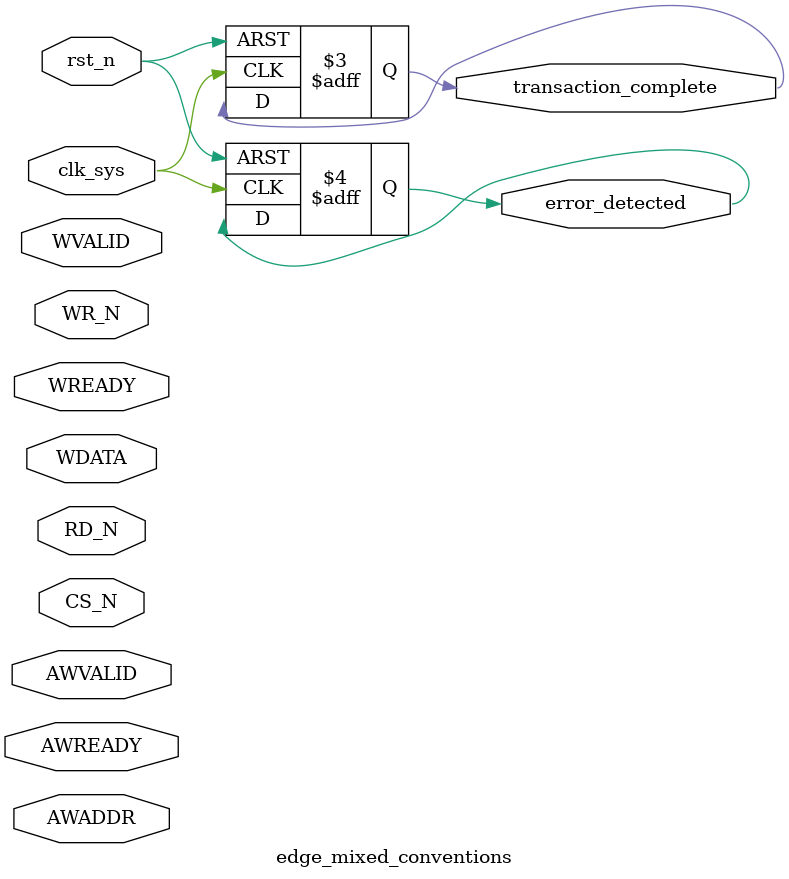
<source format=sv>

module edge_mixed_conventions (
  // Standard interface signals (lowercase_with_underscores)
  input wire clk_sys,
  input wire rst_n,
  
  // AXI-style naming (industry standard)
  input wire AWVALID,
  input wire AWREADY,
  input wire [31:0] AWADDR,
  input wire WVALID,
  input wire WREADY,
  input wire [31:0] WDATA,
  
  // Legacy interface (documented compatibility)
  input wire CS_N,      // Chip Select (active-low)
  input wire WR_N,      // Write Enable (active-low)
  input wire RD_N,      // Read Enable (active-low)
  
  // Modern SystemVerilog style
  output logic transaction_complete,
  output logic error_detected
);

  // Internal signals follow project convention
  logic state_machine_active;
  logic data_buffer_valid;
  
  always_ff @(posedge clk_sys or negedge rst_n) begin
    if (!rst_n) begin
      transaction_complete <= 1'b0;
      error_detected <= 1'b0;
    end
  end

endmodule


</source>
